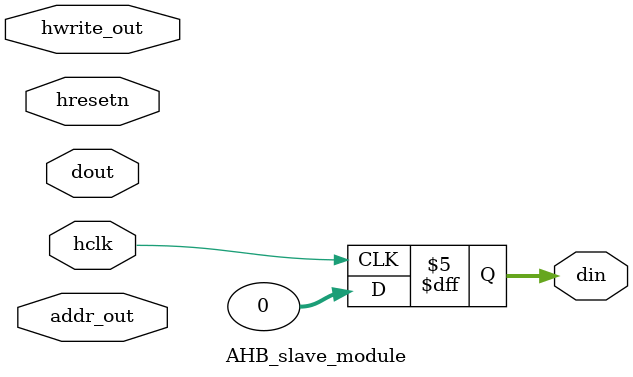
<source format=v>
`timescale 1ns / 1ps


module AHB_slave_module(
    input hclk, //master clock
    input hresetn,  //master reset, active LOW
    //from slave module
    input [31:0] addr_out,
    input [31:0] dout,
    input hwrite_out,
    output reg [31:0] din   //data to the slave interface from the slave
    );
    
    always@(posedge hclk) begin
        if (!hresetn)
            din <= 32'b0;
        else
            din <= 32'b0;
    end
endmodule

</source>
